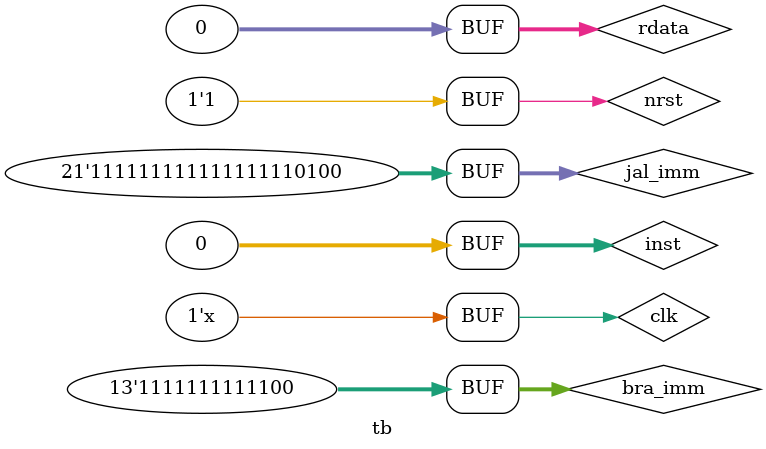
<source format=v>
`timescale 1ns / 1ps


module tb();

    reg             clk;
    reg             nrst;
    reg     [31:0]  inst;
    wire    [31:0]  pc;
    wire    [31:0]  addr;
    wire            wr_en;
    wire    [63:0]  wdata;
    wire    [7:0]   wmask;
    reg     [31:0]  rdata;
    
    //Branch immediates
    reg     [20:0]  jal_imm;
    reg     [12:0]  bra_imm;
    
    //Generate clock 
    always #5 clk = ~clk;
    
    
    //Instantiating
    processor UUT(
        .clk(clk),
        .nrst(nrst),
        .inst(inst),
        .pc(pc),
        .addr(addr),
        .wr_en(wr_en),
        .wdata(wdata),
        .wmask(wmask),
        .rdata(rdata)
    );
    
    
    //To Do:
    //-Test Conditional branching
    //-Integrate instruction memory module
    //-Integrate memory module
    //-Integrate Load and save instructions
    initial begin
        clk <= 0;
        nrst <= 0;
        inst <= 32'b0;
        rdata <= 32'b0;
        jal_imm <= 21'b111111111111111110100; //-12 (negative offset)
        bra_imm <= {{10{1'b1}},3'b100};        //- 2 (negative offset)                    
        #5;
        nrst <= 1;
        #10;
        //I-type, addi $1,1
        inst <= 32'b000000000001_00001_000_00001_0010011; 
        #10;
        //I-type, addi $1,2
        inst <= 32'b000000000010_00001_000_00001_0010011; 
        #10;
        //R-type , add $1, $1 , $1
        inst <= 32'b0000000_00001_00001_000_00001_0110011;
        #10;
        //R-type , sub $1, $1 , $1
        inst <= 32'b0100000_00001_00001_000_00001_0110011;
        #10;
        //J-type, jal $1, -12
        //Note: at this point PC + 4 should be equal to 18
        inst <= {jal_imm[20],jal_imm[10:1],jal_imm[11],jal_imm[19:12],5'b10,7'b1101111};
        #10;
        //B-type, beq $1, $0, -4 (branch should be taken)
        //Note: at this clock cycle PC + 4 should still be equal to 8 but 4 in the next
        inst <= {bra_imm[12],bra_imm[10:5],5'b00001,5'b00000,3'b000,bra_imm[4:1],bra_imm[11],7'b1100011};
        #10;
        //B-type, bne $1, $0, -4 (branch should NOT be taken)
        //Note: at this clock cycle PC + 4 should still be equal to 4 but 0 in the next
        inst <= {bra_imm[12],bra_imm[10:5],5'b00001,5'b00000,3'b001,bra_imm[4:1],bra_imm[11],7'b1100011};
        #10;
        //NOP
        inst <= 32'b0;
        
    end
    
endmodule

</source>
